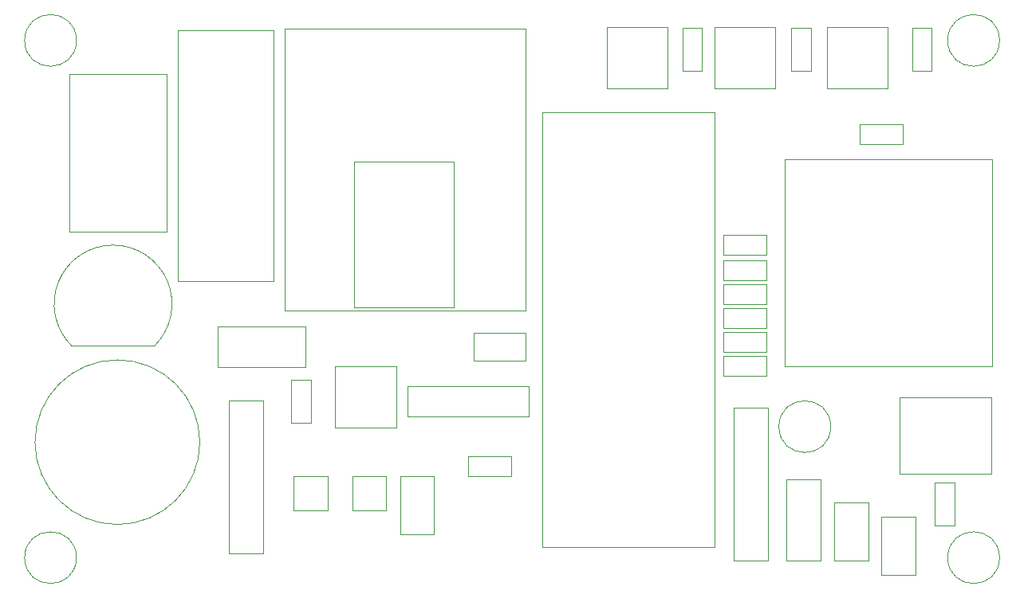
<source format=gbr>
%TF.GenerationSoftware,KiCad,Pcbnew,7.0.10*%
%TF.CreationDate,2024-08-09T23:07:07+02:00*%
%TF.ProjectId,Kicad_Projet_Trains_Sons,4b696361-645f-4507-926f-6a65745f5472,V2*%
%TF.SameCoordinates,Original*%
%TF.FileFunction,Other,User*%
%FSLAX46Y46*%
G04 Gerber Fmt 4.6, Leading zero omitted, Abs format (unit mm)*
G04 Created by KiCad (PCBNEW 7.0.10) date 2024-08-09 23:07:07*
%MOMM*%
%LPD*%
G01*
G04 APERTURE LIST*
%ADD10C,0.050000*%
%ADD11C,0.100000*%
%ADD12C,0.120000*%
G04 APERTURE END LIST*
D10*
%TO.C,R9*%
X139378000Y-65982000D02*
X139378000Y-63882000D01*
X139378000Y-63882000D02*
X134838000Y-63882000D01*
X134838000Y-65982000D02*
X139378000Y-65982000D01*
X134838000Y-63882000D02*
X134838000Y-65982000D01*
D11*
%TO.C,C1*%
X81115000Y-70915000D02*
X90485000Y-70915000D01*
X81115000Y-75205000D02*
X81115000Y-70915000D01*
X90485000Y-70915000D02*
X90485000Y-75205000D01*
X90485000Y-75205000D02*
X81115000Y-75205000D01*
D10*
%TO.C,D4*%
X122458000Y-39076000D02*
X122458000Y-45576000D01*
X122458000Y-45576000D02*
X128908000Y-45576000D01*
X128908000Y-39076000D02*
X122458000Y-39076000D01*
X128908000Y-45576000D02*
X128908000Y-39076000D01*
%TO.C,R11*%
X142027000Y-43716000D02*
X144127000Y-43716000D01*
X144127000Y-43716000D02*
X144127000Y-39176000D01*
X142027000Y-39176000D02*
X142027000Y-43716000D01*
X144127000Y-39176000D02*
X142027000Y-39176000D01*
%TO.C,J6*%
X82349000Y-78753000D02*
X82349000Y-95053000D01*
X82349000Y-95053000D02*
X85949000Y-95053000D01*
X85949000Y-78753000D02*
X82349000Y-78753000D01*
X85949000Y-95053000D02*
X85949000Y-78753000D01*
%TO.C,R12*%
X154854000Y-43716000D02*
X156954000Y-43716000D01*
X156954000Y-43716000D02*
X156954000Y-39176000D01*
X154854000Y-39176000D02*
X154854000Y-43716000D01*
X156954000Y-39176000D02*
X154854000Y-39176000D01*
D11*
%TO.C,F1*%
X87050000Y-39415000D02*
X76930000Y-39415000D01*
X76930000Y-39415000D02*
X76930000Y-66065000D01*
X76930000Y-66065000D02*
X87050000Y-66065000D01*
X87050000Y-66065000D02*
X87050000Y-39415000D01*
D10*
%TO.C,J9*%
X89207000Y-86876000D02*
X89207000Y-90476000D01*
X89207000Y-90476000D02*
X92807000Y-90476000D01*
X92807000Y-86876000D02*
X89207000Y-86876000D01*
X92807000Y-90476000D02*
X92807000Y-86876000D01*
%TO.C,R14*%
X112279000Y-86810000D02*
X112279000Y-84710000D01*
X112279000Y-84710000D02*
X107739000Y-84710000D01*
X107739000Y-86810000D02*
X112279000Y-86810000D01*
X107739000Y-84710000D02*
X107739000Y-86810000D01*
%TO.C,REF1*%
X66150000Y-40500000D02*
G75*
G03*
X60650000Y-40500000I-2750000J0D01*
G01*
X60650000Y-40500000D02*
G75*
G03*
X66150000Y-40500000I2750000J0D01*
G01*
%TO.C,R5*%
X139378000Y-73602000D02*
X139378000Y-71502000D01*
X139378000Y-71502000D02*
X134838000Y-71502000D01*
X134838000Y-73602000D02*
X139378000Y-73602000D01*
X134838000Y-71502000D02*
X134838000Y-73602000D01*
%TO.C,J4*%
X135943000Y-79515000D02*
X135943000Y-95815000D01*
X135943000Y-95815000D02*
X139543000Y-95815000D01*
X139543000Y-79515000D02*
X135943000Y-79515000D01*
X139543000Y-95815000D02*
X139543000Y-79515000D01*
%TO.C,J2*%
X151600000Y-91160000D02*
X151600000Y-97310000D01*
X151600000Y-97310000D02*
X155200000Y-97310000D01*
X155200000Y-91160000D02*
X151600000Y-91160000D01*
X155200000Y-97310000D02*
X155200000Y-91160000D01*
%TO.C,J3*%
X95430000Y-86876000D02*
X95430000Y-90476000D01*
X95430000Y-90476000D02*
X99030000Y-90476000D01*
X99030000Y-86876000D02*
X95430000Y-86876000D01*
X99030000Y-90476000D02*
X99030000Y-86876000D01*
%TO.C,R1*%
X91041000Y-76632000D02*
X88941000Y-76632000D01*
X88941000Y-76632000D02*
X88941000Y-81172000D01*
X91041000Y-81172000D02*
X91041000Y-76632000D01*
X88941000Y-81172000D02*
X91041000Y-81172000D01*
%TO.C,C4*%
X146228000Y-81569000D02*
G75*
G03*
X140728000Y-81569000I-2750000J0D01*
G01*
X140728000Y-81569000D02*
G75*
G03*
X146228000Y-81569000I2750000J0D01*
G01*
%TO.C,R8*%
X139378000Y-71062000D02*
X139378000Y-68962000D01*
X139378000Y-68962000D02*
X134838000Y-68962000D01*
X134838000Y-71062000D02*
X139378000Y-71062000D01*
X134838000Y-68962000D02*
X134838000Y-71062000D01*
%TO.C,J1*%
X75760000Y-44040000D02*
X65360000Y-44040000D01*
X75760000Y-44040000D02*
X75760000Y-60840000D01*
X65360000Y-44040000D02*
X65360000Y-60840000D01*
X75760000Y-60840000D02*
X65360000Y-60840000D01*
%TO.C,REF2*%
X164150000Y-40500000D02*
G75*
G03*
X158650000Y-40500000I-2750000J0D01*
G01*
X158650000Y-40500000D02*
G75*
G03*
X164150000Y-40500000I2750000J0D01*
G01*
%TO.C,C2*%
X108323000Y-71560000D02*
X108323000Y-74560000D01*
X108323000Y-74560000D02*
X113823000Y-74560000D01*
X113823000Y-71560000D02*
X108323000Y-71560000D01*
X113823000Y-74560000D02*
X113823000Y-71560000D01*
%TO.C,R13*%
X149305000Y-49450000D02*
X149305000Y-51550000D01*
X149305000Y-51550000D02*
X153845000Y-51550000D01*
X153845000Y-49450000D02*
X149305000Y-49450000D01*
X153845000Y-51550000D02*
X153845000Y-49450000D01*
D12*
%TO.C,D1*%
X65614724Y-72950280D02*
X74475000Y-72940000D01*
X74474999Y-72939999D02*
G75*
G03*
X65614724Y-72950280I-4435267J4416198D01*
G01*
D10*
%TO.C,A1*%
X115639000Y-48172000D02*
X115639000Y-94392000D01*
X115639000Y-48172000D02*
X133919000Y-48172000D01*
X133919000Y-94392000D02*
X115639000Y-94392000D01*
X133919000Y-94392000D02*
X133919000Y-48172000D01*
%TO.C,D3*%
X93629000Y-75144000D02*
X93629000Y-81644000D01*
X93629000Y-81644000D02*
X100079000Y-81644000D01*
X100079000Y-75144000D02*
X93629000Y-75144000D01*
X100079000Y-81644000D02*
X100079000Y-75144000D01*
%TO.C,REF4*%
X66150000Y-95500000D02*
G75*
G03*
X60650000Y-95500000I-2750000J0D01*
G01*
X60650000Y-95500000D02*
G75*
G03*
X66150000Y-95500000I2750000J0D01*
G01*
%TO.C,J7*%
X141531000Y-87165000D02*
X141531000Y-95815000D01*
X141531000Y-95815000D02*
X145131000Y-95815000D01*
X145131000Y-87165000D02*
X141531000Y-87165000D01*
X145131000Y-95815000D02*
X145131000Y-87165000D01*
%TO.C,R2*%
X157267000Y-92046000D02*
X159367000Y-92046000D01*
X159367000Y-92046000D02*
X159367000Y-87506000D01*
X157267000Y-87506000D02*
X157267000Y-92046000D01*
X159367000Y-87506000D02*
X157267000Y-87506000D01*
%TO.C,D2*%
X114201000Y-80502000D02*
X114201000Y-77302000D01*
X114201000Y-77302000D02*
X101341000Y-77302000D01*
X101341000Y-80502000D02*
X114201000Y-80502000D01*
X101341000Y-77302000D02*
X101341000Y-80502000D01*
%TO.C,U2*%
X153500000Y-78425000D02*
X153500000Y-86575000D01*
X153500000Y-86575000D02*
X163300000Y-86575000D01*
X163300000Y-78425000D02*
X153500000Y-78425000D01*
X163300000Y-86575000D02*
X163300000Y-78425000D01*
%TO.C,REF3*%
X164150000Y-95500000D02*
G75*
G03*
X158650000Y-95500000I-2750000J0D01*
G01*
X158650000Y-95500000D02*
G75*
G03*
X164150000Y-95500000I2750000J0D01*
G01*
%TO.C,C3*%
X79250000Y-83220000D02*
G75*
G03*
X61750000Y-83220000I-8750000J0D01*
G01*
X61750000Y-83220000D02*
G75*
G03*
X79250000Y-83220000I8750000J0D01*
G01*
%TO.C,R10*%
X130470000Y-43716000D02*
X132570000Y-43716000D01*
X132570000Y-43716000D02*
X132570000Y-39176000D01*
X130470000Y-39176000D02*
X130470000Y-43716000D01*
X132570000Y-39176000D02*
X130470000Y-39176000D01*
D12*
%TO.C,U1*%
X88290000Y-69250000D02*
X88290000Y-39250000D01*
X95640000Y-53350000D02*
X106240000Y-53350000D01*
X95640000Y-68850000D02*
X95640000Y-53350000D01*
X95640000Y-68850000D02*
X106240000Y-68850000D01*
X106240000Y-68850000D02*
X106240000Y-53350000D01*
X113790000Y-39250000D02*
X88290000Y-39250000D01*
X113790000Y-69250000D02*
X88290000Y-69250000D01*
X113790000Y-69250000D02*
X113790000Y-39250000D01*
D10*
%TO.C,D5*%
X133888000Y-39076000D02*
X133888000Y-45576000D01*
X133888000Y-45576000D02*
X140338000Y-45576000D01*
X140338000Y-39076000D02*
X133888000Y-39076000D01*
X140338000Y-45576000D02*
X140338000Y-39076000D01*
%TO.C,R4*%
X139378000Y-76142000D02*
X139378000Y-74042000D01*
X139378000Y-74042000D02*
X134838000Y-74042000D01*
X134838000Y-76142000D02*
X139378000Y-76142000D01*
X134838000Y-74042000D02*
X134838000Y-76142000D01*
%TO.C,J5*%
X100510000Y-86876000D02*
X100510000Y-93026000D01*
X100510000Y-93026000D02*
X104110000Y-93026000D01*
X104110000Y-86876000D02*
X100510000Y-86876000D01*
X104110000Y-93026000D02*
X104110000Y-86876000D01*
%TO.C,D6*%
X145826000Y-39076000D02*
X145826000Y-45576000D01*
X145826000Y-45576000D02*
X152276000Y-45576000D01*
X152276000Y-39076000D02*
X145826000Y-39076000D01*
X152276000Y-45576000D02*
X152276000Y-39076000D01*
%TO.C,J8*%
X146600000Y-89660000D02*
X146600000Y-95810000D01*
X146600000Y-95810000D02*
X150200000Y-95810000D01*
X150200000Y-89660000D02*
X146600000Y-89660000D01*
X150200000Y-95810000D02*
X150200000Y-89660000D01*
%TO.C,R6*%
X139378000Y-68522000D02*
X139378000Y-66422000D01*
X139378000Y-66422000D02*
X134838000Y-66422000D01*
X134838000Y-68522000D02*
X139378000Y-68522000D01*
X134838000Y-66422000D02*
X134838000Y-68522000D01*
%TO.C,R7*%
X139378000Y-63315000D02*
X139378000Y-61215000D01*
X139378000Y-61215000D02*
X134838000Y-61215000D01*
X134838000Y-63315000D02*
X139378000Y-63315000D01*
X134838000Y-61215000D02*
X134838000Y-63315000D01*
D11*
%TO.C,U3*%
X141348000Y-53170000D02*
X163348000Y-53170000D01*
X163348000Y-53170000D02*
X163348000Y-75170000D01*
X163348000Y-75170000D02*
X141348000Y-75170000D01*
X141348000Y-75170000D02*
X141348000Y-53170000D01*
%TD*%
M02*

</source>
